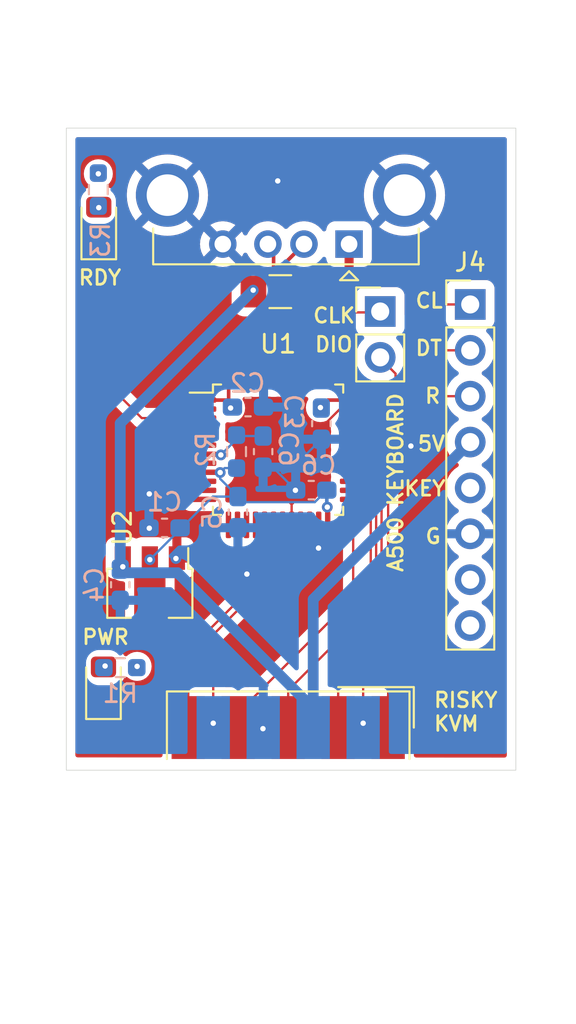
<source format=kicad_pcb>
(kicad_pcb (version 20221018) (generator pcbnew)
  (layers (0 "F.Cu" signal "Front") (1 "In1.Cu" signal) (2 "In2.Cu" signal) (31 "B.Cu" signal "Back") (34 "B.Paste" user) (35 "F.Paste" user) (36 "B.SilkS" user "B.Silkscreen") (37 "F.SilkS" user "F.Silkscreen") (38 "B.Mask" user) (39 "F.Mask" user) (44 "Edge.Cuts" user))
  (net 0 "")
  (net 1 "+3.3V")
  (net 2 "GND")
  (net 3 "+5V")
  (net 4 "/NRST")
  (net 5 "Net-(J3-VBUS)")
  (net 6 "/PIN1")
  (net 7 "/PIN2")
  (net 8 "/PIN3")
  (net 9 "/PIN4")
  (net 10 "/PIN5")
  (net 11 "/PIN6")
  (net 12 "/PIN9")
  (net 13 "/SWDIO")
  (net 14 "/SWCLK")
  (net 15 "/USB_DM")
  (net 16 "/USB_DP")
  (net 18 "Net-(D1-A)")
  (net 24 "/KB_CLK")
  (net 25 "/KB_DATA")
  (net 26 "/KB_RESET")
  (net 29 "unconnected-(U1-OSC_IN_PD0-Pad5)")
  (net 32 "unconnected-(U1-PA2_ADC2-Pad12)")
  (net 42 "/LED1")
  (net 43 "Net-(D2-A)")
  (footprint "LED_SMD:LED_0805_2012Metric_Pad1.15x1.40mm_HandSolder" (layer "F.Cu") (at 119.8 80.2475 90)
    (fp_text reference "D2" hide)
    (fp_text value "LED")
    (fp_line (start -1.86 -0.96) (end -1.86 0.96) (stroke (width 0.12)) (layer "F.SilkS"))
    (fp_line (start -1.86 0.96) (end 1 0.96) (stroke (width 0.12)) (layer "F.SilkS"))
    (fp_line (start 1 -0.96) (end -1.86 -0.96) (stroke (width 0.12)) (layer "F.SilkS"))
    (pad "1" smd roundrect (at -1.025 0 90) (size 1.15 1.4) (layers "F.Cu" "F.Paste" "F.Mask") (roundrect_rratio 0.2173913043) (net 42 "/LED1"))
    (pad "2" smd roundrect (at 1.025 0 90) (size 1.15 1.4) (layers "F.Cu" "F.Paste" "F.Mask") (roundrect_rratio 0.2173913043) (net 43 "Net-(D2-A)"))
  )
  (footprint "Connector_PinHeader_2.54mm:PinHeader_1x08_P2.54mm_Vertical" (layer "F.Cu") (at 140.39 84.61)
    (fp_text reference "J4" (at 0 -2.33) (layer "F.SilkS"))
    (fp_text value "Conn_01x08" hide)
    (fp_line (start -1.33 -1.33) (end 0 -1.33) (stroke (width 0.12)) (layer "F.SilkS"))
    (fp_line (start -1.33 0) (end -1.33 -1.33) (stroke (width 0.12)) (layer "F.SilkS"))
    (fp_line (start -1.33 1.27) (end -1.33 19.11) (stroke (width 0.12)) (layer "F.SilkS"))
    (fp_line (start -1.33 1.27) (end 1.33 1.27) (stroke (width 0.12)) (layer "F.SilkS"))
    (fp_line (start -1.33 19.11) (end 1.33 19.11) (stroke (width 0.12)) (layer "F.SilkS"))
    (fp_line (start 1.33 1.27) (end 1.33 19.11) (stroke (width 0.12)) (layer "F.SilkS"))
    (pad "1" thru_hole rect (at 0 0) (size 1.7 1.7) (drill 1) (layers "*.Cu" "*.Mask") (net 24 "/KB_CLK"))
    (pad "2" thru_hole oval (at 0 2.54) (size 1.7 1.7) (drill 1) (layers "*.Cu" "*.Mask") (net 25 "/KB_DATA"))
    (pad "3" thru_hole oval (at 0 5.08) (size 1.7 1.7) (drill 1) (layers "*.Cu" "*.Mask") (net 26 "/KB_RESET"))
    (pad "4" thru_hole oval (at 0 7.62) (size 1.7 1.7) (drill 1) (layers "*.Cu" "*.Mask") (net 3 "+5V"))
    (pad "5" thru_hole oval (at 0 10.16) (size 1.7 1.7) (drill 1) (layers "*.Cu" "*.Mask"))
    (pad "6" thru_hole oval (at 0 12.7) (size 1.7 1.7) (drill 1) (layers "*.Cu" "*.Mask") (net 2 "GND"))
    (pad "7" thru_hole oval (at 0 15.24) (size 1.7 1.7) (drill 1) (layers "*.Cu" "*.Mask"))
    (pad "8" thru_hole oval (at 0 17.78) (size 1.7 1.7) (drill 1) (layers "*.Cu" "*.Mask"))
  )
  (footprint "Fuse:Fuse_1206_3216Metric_Pad1.42x1.75mm_HandSolder" (layer "F.Cu") (at 129.8625 83.9 180)
    (fp_text reference "F1" hide)
    (fp_text value "Fuse" hide)
    (fp_line (start -0.602064 -0.91) (end 0.602064 -0.91) (stroke (width 0.12)) (layer "F.SilkS"))
    (fp_line (start -0.602064 0.91) (end 0.602064 0.91) (stroke (width 0.12)) (layer "F.SilkS"))
    (pad "1" smd roundrect (at -1.4875 0 180) (size 1.425 1.75) (layers "F.Cu" "F.Paste" "F.Mask") (roundrect_rratio 0.1754392982) (net 5 "Net-(J3-VBUS)"))
    (pad "2" smd roundrect (at 1.4875 0 180) (size 1.425 1.75) (layers "F.Cu" "F.Paste" "F.Mask") (roundrect_rratio 0.1754392982) (net 3 "+5V"))
  )
  (footprint "Connector_USB:USB_A_CONNFLY_DS1095-WNR0" (layer "F.Cu") (at 133.675 81.2671 180)
    (fp_text reference "J3" hide)
    (fp_text value "USB_1" hide)
    (fp_line (start -3.86 -1.12) (end -3.86 0.86) (stroke (width 0.12)) (layer "F.SilkS"))
    (fp_line (start -3.86 -1.12) (end 10.86 -1.12) (stroke (width 0.12)) (layer "F.SilkS"))
    (fp_line (start -0.5 -2) (end 0 -1.5) (stroke (width 0.12)) (layer "F.SilkS"))
    (fp_line (start 0 -1.5) (end 0.5 -2) (stroke (width 0.12)) (layer "F.SilkS"))
    (fp_line (start 0.5 -2) (end -0.5 -2) (stroke (width 0.12)) (layer "F.SilkS"))
    (fp_line (start 10.86 0.86) (end 10.86 -1.12) (stroke (width 0.12)) (layer "F.SilkS"))
    (pad "1" thru_hole rect (at 0 0 180) (size 1.524 1.524) (drill 0.92) (layers "*.Cu" "*.Mask") (net 5 "Net-(J3-VBUS)"))
    (pad "2" thru_hole circle (at 2.5 0 180) (size 1.524 1.524) (drill 0.92) (layers "*.Cu" "*.Mask") (net 15 "/USB_DM"))
    (pad "3" thru_hole circle (at 4.5 0 180) (size 1.524 1.524) (drill 0.92) (layers "*.Cu" "*.Mask") (net 16 "/USB_DP"))
    (pad "4" thru_hole circle (at 7 0 180) (size 1.524 1.524) (drill 0.92) (layers "*.Cu" "*.Mask") (net 2 "GND"))
    (pad "5" thru_hole circle (at -3.07 2.71 180) (size 3.5 3.5) (drill 2.3) (layers "*.Cu" "*.Mask") (net 2 "GND"))
    (pad "5" thru_hole circle (at 10.07 2.71 180) (size 3.5 3.5) (drill 2.3) (layers "*.Cu" "*.Mask") (net 2 "GND"))
  )
  (footprint "Connector_Dsub:DSUB-9_Female_EdgeMount_P2.77mm" (layer "F.Cu") (at 130.3 108.0375)
    (fp_text reference "J1" hide)
    (fp_text value "DE9_Plug" hide)
    (fp_line (start -6.723333 -2) (end -6.723333 1.74) (stroke (width 0.12)) (layer "F.SilkS"))
    (fp_line (start 6.723333 -2) (end -6.723333 -2) (stroke (width 0.12)) (layer "F.SilkS"))
    (fp_line (start 6.723333 1.74) (end 6.723333 -2) (stroke (width 0.12)) (layer "F.SilkS"))
    (fp_line (start 6.963333 -2.24) (end 2.77 -2.24) (stroke (width 0.12)) (layer "F.SilkS"))
    (fp_line (start 6.963333 0) (end 6.963333 -2.24) (stroke (width 0.12)) (layer "F.SilkS"))
    (pad "1" smd rect (at 5.54 0) (size 1.846667 3.48) (layers "F.Cu" "F.Paste" "F.Mask") (net 6 "/PIN1"))
    (pad "2" smd rect (at 2.77 0) (size 1.846667 3.48) (layers "F.Cu" "F.Paste" "F.Mask") (net 7 "/PIN2"))
    (pad "3" smd rect (at 0 0) (size 1.846667 3.48) (layers "F.Cu" "F.Paste" "F.Mask") (net 8 "/PIN3"))
    (pad "4" smd rect (at -2.77 0) (size 1.846667 3.48) (layers "F.Cu" "F.Paste" "F.Mask") (net 9 "/PIN4"))
    (pad "5" smd rect (at -5.54 0) (size 1.846667 3.48) (layers "F.Cu" "F.Paste" "F.Mask") (net 10 "/PIN5"))
    (pad "6" smd rect (at 4.155 0) (size 1.846667 3.48) (layers "B.Cu" "B.Paste" "B.Mask") (net 11 "/PIN6"))
    (pad "7" smd rect (at 1.385 0) (size 1.846667 3.48) (layers "B.Cu" "B.Paste" "B.Mask") (net 3 "+5V"))
    (pad "8" smd rect (at -1.385 0) (size 1.846667 3.48) (layers "B.Cu" "B.Paste" "B.Mask") (net 2 "GND"))
    (pad "9" smd rect (at -4.155 0) (size 1.846667 3.48) (layers "B.Cu" "B.Paste" "B.Mask") (net 12 "/PIN9"))
  )
  (footprint "LED_SMD:LED_0805_2012Metric_Pad1.15x1.40mm_HandSolder" (layer "F.Cu") (at 120.06 105.705 90)
    (fp_text reference "D1" hide)
    (fp_text value "LED" hide)
    (fp_line (start -1.86 -0.96) (end -1.86 0.96) (stroke (width 0.12)) (layer "F.SilkS"))
    (fp_line (start -1.86 0.96) (end 1 0.96) (stroke (width 0.12)) (layer "F.SilkS"))
    (fp_line (start 1 -0.96) (end -1.86 -0.96) (stroke (width 0.12)) (layer "F.SilkS"))
    (pad "1" smd roundrect (at -1.025 0 90) (size 1.15 1.4) (layers "F.Cu" "F.Paste" "F.Mask") (roundrect_rratio 0.2173913043) (net 2 "GND"))
    (pad "2" smd roundrect (at 1.025 0 90) (size 1.15 1.4) (layers "F.Cu" "F.Paste" "F.Mask") (roundrect_rratio 0.2173913043) (net 18 "Net-(D1-A)"))
  )
  (footprint "Package_QFP:LQFP-48_7x7mm_P0.5mm" (layer "F.Cu") (at 129.74 92.6525)
    (fp_text reference "U1" (at 0 -5.85) (layer "F.SilkS"))
    (fp_text value "CH32V203C8T6" hide)
    (fp_line (start -3.61 -3.61) (end -3.61 -3.16) (stroke (width 0.12)) (layer "F.SilkS"))
    (fp_line (start -3.61 -3.16) (end -4.9 -3.16) (stroke (width 0.12)) (layer "F.SilkS"))
    (fp_line (start -3.61 3.61) (end -3.61 3.16) (stroke (width 0.12)) (layer "F.SilkS"))
    (fp_line (start -3.16 -3.61) (end -3.61 -3.61) (stroke (width 0.12)) (layer "F.SilkS"))
    (fp_line (start -3.16 3.61) (end -3.61 3.61) (stroke (width 0.12)) (layer "F.SilkS"))
    (fp_line (start 3.16 -3.61) (end 3.61 -3.61) (stroke (width 0.12)) (layer "F.SilkS"))
    (fp_line (start 3.16 3.61) (end 3.61 3.61) (stroke (width 0.12)) (layer "F.SilkS"))
    (fp_line (start 3.61 -3.61) (end 3.61 -3.16) (stroke (width 0.12)) (layer "F.SilkS"))
    (fp_line (start 3.61 3.61) (end 3.61 3.16) (stroke (width 0.12)) (layer "F.SilkS"))
    (pad "1" smd roundrect (at -4.1625 -2.75) (size 1.475 0.3) (layers "F.Cu" "F.Paste" "F.Mask") (net 1 "+3.3V"))
    (pad "2" smd roundrect (at -4.1625 -2.25) (size 1.475 0.3) (layers "F.Cu" "F.Paste" "F.Mask"))
    (pad "3" smd roundrect (at -4.1625 -1.75) (size 1.475 0.3) (layers "F.Cu" "F.Paste" "F.Mask") (net 42 "/LED1"))
    (pad "4" smd roundrect (at -4.1625 -1.25) (size 1.475 0.3) (layers "F.Cu" "F.Paste" "F.Mask"))
    (pad "5" smd roundrect (at -4.1625 -0.75) (size 1.475 0.3) (layers "F.Cu" "F.Paste" "F.Mask") (net 29 "unconnected-(U1-OSC_IN_PD0-Pad5)"))
    (pad "6" smd roundrect (at -4.1625 -0.25) (size 1.475 0.3) (layers "F.Cu" "F.Paste" "F.Mask"))
    (pad "7" smd roundrect (at -4.1625 0.25) (size 1.475 0.3) (layers "F.Cu" "F.Paste" "F.Mask") (net 4 "/NRST"))
    (pad "8" smd roundrect (at -4.1625 0.75) (size 1.475 0.3) (layers "F.Cu" "F.Paste" "F.Mask") (net 2 "GND"))
    (pad "9" smd roundrect (at -4.1625 1.25) (size 1.475 0.3) (layers "F.Cu" "F.Paste" "F.Mask") (net 1 "+3.3V"))
    (pad "10" smd roundrect (at -4.1625 1.75) (size 1.475 0.3) (layers "F.Cu" "F.Paste" "F.Mask"))
    (pad "11" smd roundrect (at -4.1625 2.25) (size 1.475 0.3) (layers "F.Cu" "F.Paste" "F.Mask"))
    (pad "12" smd roundrect (at -4.1625 2.75) (size 1.475 0.3) (layers "F.Cu" "F.Paste" "F.Mask") (net 32 "unconnected-(U1-PA2_ADC2-Pad12)"))
    (pad "13" smd roundrect (at -2.75 4.1625) (size 0.3 1.475) (layers "F.Cu" "F.Paste" "F.Mask"))
    (pad "14" smd roundrect (at -2.25 4.1625) (size 0.3 1.475) (layers "F.Cu" "F.Paste" "F.Mask"))
    (pad "15" smd roundrect (at -1.75 4.1625) (size 0.3 1.475) (layers "F.Cu" "F.Paste" "F.Mask"))
    (pad "16" smd roundrect (at -1.25 4.1625) (size 0.3 1.475) (layers "F.Cu" "F.Paste" "F.Mask"))
    (pad "17" smd roundrect (at -0.75 4.1625) (size 0.3 1.475) (layers "F.Cu" "F.Paste" "F.Mask"))
    (pad "18" smd roundrect (at -0.25 4.1625) (size 0.3 1.475) (layers "F.Cu" "F.Paste" "F.Mask"))
    (pad "19" smd roundrect (at 0.25 4.1625) (size 0.3 1.475) (layers "F.Cu" "F.Paste" "F.Mask"))
    (pad "20" smd roundrect (at 0.75 4.1625) (size 0.3 1.475) (layers "F.Cu" "F.Paste" "F.Mask") (net 2 "GND"))
    (pad "21" smd roundrect (at 1.25 4.1625) (size 0.3 1.475) (layers "F.Cu" "F.Paste" "F.Mask") (net 10 "/PIN5"))
    (pad "22" smd roundrect (at 1.75 4.1625) (size 0.3 1.475) (layers "F.Cu" "F.Paste" "F.Mask") (net 12 "/PIN9"))
    (pad "23" smd roundrect (at 2.25 4.1625) (size 0.3 1.475) (layers "F.Cu" "F.Paste" "F.Mask") (net 2 "GND"))
    (pad "24" smd roundrect (at 2.75 4.1625) (size 0.3 1.475) (layers "F.Cu" "F.Paste" "F.Mask") (net 1 "+3.3V"))
    (pad "25" smd roundrect (at 4.1625 2.75) (size 1.475 0.3) (layers "F.Cu" "F.Paste" "F.Mask") (net 9 "/PIN4"))
    (pad "26" smd roundrect (at 4.1625 2.25) (size 1.475 0.3) (layers "F.Cu" "F.Paste" "F.Mask") (net 8 "/PIN3"))
    (pad "27" smd roundrect (at 4.1625 1.75) (size 1.475 0.3) (layers "F.Cu" "F.Paste" "F.Mask") (net 7 "/PIN2"))
    (pad "28" smd roundrect (at 4.1625 1.25) (size 1.475 0.3) (layers "F.Cu" "F.Paste" "F.Mask") (net 11 "/PIN6"))
    (pad "29" smd roundrect (at 4.1625 0.75) (size 1.475 0.3) (layers "F.Cu" "F.Paste" "F.Mask") (net 6 "/PIN1"))
    (pad "30" smd roundrect (at 4.1625 0.25) (size 1.475 0.3) (layers "F.Cu" "F.Paste" "F.Mask"))
    (pad "31" smd roundrect (at 4.1625 -0.25) (size 1.475 0.3) (layers "F.Cu" "F.Paste" "F.Mask") (net 26 "/KB_RESET"))
    (pad "32" smd roundrect (at 4.1625 -0.75) (size 1.475 0.3) (layers "F.Cu" "F.Paste" "F.Mask") (net 25 "/KB_DATA"))
    (pad "33" smd roundrect (at 4.1625 -1.25) (size 1.475 0.3) (layers "F.Cu" "F.Paste" "F.Mask") (net 24 "/KB_CLK"))
    (pad "34" smd roundrect (at 4.1625 -1.75) (size 1.475 0.3) (layers "F.Cu" "F.Paste" "F.Mask") (net 13 "/SWDIO"))
    (pad "35" smd roundrect (at 4.1625 -2.25) (size 1.475 0.3) (layers "F.Cu" "F.Paste" "F.Mask") (net 2 "GND"))
    (pad "36" smd roundrect (at 4.1625 -2.75) (size 1.475 0.3) (layers "F.Cu" "F.Paste" "F.Mask") (net 1 "+3.3V"))
    (pad "37" smd roundrect (at 2.75 -4.1625) (size 0.3 1.475) (layers "F.Cu" "F.Paste" "F.Mask") (net 14 "/SWCLK"))
    (pad "38" smd roundrect (at 2.25 -4.1625) (size 0.3 1.475) (layers "F.Cu" "F.Paste" "F.Mask"))
    (pad "39" smd roundrect (at 1.75 -4.1625) (size 0.3 1.475) (layers "F.Cu" "F.Paste" "F.Mask"))
    (pad "40" smd roundrect (at 1.25 -4.1625) (size 0.3 1.475) (layers "F.Cu" "F.Paste" "F.Mask"))
    (pad "41" smd roundrect (at 0.75 -4.1625) (size 0.3 1.475) (layers "F.Cu" "F.Paste" "F.Mask"))
    (pad "42" smd roundrect (at 0.25 -4.1625) (size 0.3 1.475) (layers "F.Cu" "F.Paste" "F.Mask") (net 15 "/USB_DM"))
    (pad "43" smd roundrect (at -0.25 -4.1625) (size 0.3 1.475) (layers "F.Cu" "F.Paste" "F.Mask") (net 16 "/USB_DP"))
    (pad "44" smd roundrect (at -0.75 -4.1625) (size 0.3 1.475) (layers "F.Cu" "F.Paste" "F.Mask") (net 2 "GND"))
    (pad "45" smd roundrect (at -1.25 -4.1625) (size 0.3 1.475) (layers "F.Cu" "F.Paste" "F.Mask"))
    (pad "46" smd roundrect (at -1.75 -4.1625) (size 0.3 1.475) (layers "F.Cu" "F.Paste" "F.Mask"))
    (pad "47" smd roundrect (at -2.25 -4.1625) (size 0.3 1.475) (layers "F.Cu" "F.Paste" "F.Mask") (net 2 "GND"))
    (pad "48" smd roundrect (at -2.75 -4.1625) (size 0.3 1.475) (layers "F.Cu" "F.Paste" "F.Mask") (net 1 "+3.3V"))
  )
  (footprint "Package_TO_SOT_SMD:SOT-89-3" (layer "F.Cu") (at 122.63 100.6025 -90)
    (fp_text reference "U2" (at -3.6274 1.524 -270) (layer "F.SilkS"))
    (fp_text value "LM1117MP-3.3" hide)
    (fp_line (start -2.5 -2.13) (end -1.36 -2.13) (stroke (width 0.12)) (layer "F.SilkS"))
    (fp_line (start -1.36 -2.36) (end -1.36 -2.13) (stroke (width 0.12)) (layer "F.SilkS"))
    (fp_line (start -1.36 -2.36) (end 1.36 -2.36) (stroke (width 0.12)) (layer "F.SilkS"))
    (fp_line (start -1.36 2.36) (end -1.36 2.13) (stroke (width 0.12)) (layer "F.SilkS"))
    (fp_line (start 1.36 -2.36) (end 1.36 -1.05) (stroke (width 0.12)) (layer "F.SilkS"))
    (fp_line (start 1.36 1.05) (end 1.36 2.36) (stroke (width 0.12)) (layer "F.SilkS"))
    (fp_line (start 1.36 2.36) (end -1.36 2.36) (stroke (width 0.12)) (layer "F.SilkS"))
    (pad "1" smd rect (at -1.95 -1.5 270) (size 1.3 0.9) (layers "F.Cu" "F.Paste" "F.Mask") (net 2 "GND"))
    (pad "2" smd custom (at -1.8625 0 270) (size 1.475 0.9) (layers "F.Cu" "F.Paste" "F.Mask") (net 1 "+3.3V") (options (clearance outline) (anchor rect)) (primitives (gr_poly (pts (xy 3.8625 0.8665) (xy 0.7375 0.8665) (xy 0.7375 -0.8665) (xy 3.8625 -0.8665)) (width 0) (fill yes))))
    (pad "3" smd rect (at -1.95 1.5 270) (size 1.3 0.9) (layers "F.Cu" "F.Paste" "F.Mask") (net 3 "+5V"))
  )
  (footprint "Connector_PinHeader_2.54mm:PinHeader_1x02_P2.54mm_Vertical" (layer "F.Cu") (at 135.4 85)
    (fp_text reference "J2" hide)
    (fp_text value "Conn_01x02" hide)
    (fp_line (start -1.33 -1.33) (end 0 -1.33) (stroke (width 0.12)) (layer "F.SilkS"))
    (fp_line (start -1.33 0) (end -1.33 -1.33) (stroke (width 0.12)) (layer "F.SilkS"))
    (fp_line (start -1.33 1.27) (end -1.33 3.87) (stroke (width 0.12)) (layer "F.SilkS"))
    (fp_line (start -1.33 1.27) (end 1.33 1.27) (stroke (width 0.12)) (layer "F.SilkS"))
    (fp_line (start -1.33 3.87) (end 1.33 3.87) (stroke (width 0.12)) (layer "F.SilkS"))
    (fp_line (start 1.33 1.27) (end 1.33 3.87) (stroke (width 0.12)) (layer "F.SilkS"))
    (pad "1" thru_hole rect (at 0 0) (size 1.7 1.7) (drill 1) (layers "*.Cu" "*.Mask") (net 14 "/SWCLK"))
    (pad "2" thru_hole oval (at 0 2.54) (size 1.7 1.7) (drill 1) (layers "*.Cu" "*.Mask") (net 13 "/SWDIO"))
  )
  (footprint "Resistor_SMD:R_0603_1608Metric_Pad0.98x0.95mm_HandSolder" (layer "B.Cu") (at 120.9925 104.72)
    (fp_text reference "R1" (at 0 1.43) (layer "B.SilkS") (effects (justify mirror)))
    (fp_text value "2.2k")
    (fp_line (start -0.254724 -0.5225) (end 0.254724 -0.5225) (stroke (width 0.12)) (layer "B.SilkS"))
    (fp_line (start -0.254724 0.5225) (end 0.254724 0.5225) (stroke (width 0.12)) (layer "B.SilkS"))
    (pad "1" smd roundrect (at -0.9125 0) (size 0.975 0.95) (layers "B.Cu" "B.Paste" "B.Mask") (net 18 "Net-(D1-A)"))
    (pad "2" smd roundrect (at 0.9125 0) (size 0.975 0.95) (layers "B.Cu" "B.Paste" "B.Mask") (net 1 "+3.3V"))
  )
  (footprint "Capacitor_SMD:C_0603_1608Metric_Pad1.08x0.95mm_HandSolder" (layer "B.Cu") (at 128.0722 90.294)
    (fp_text reference "C2" (at -0.0254 -1.3208) (layer "B.SilkS") (effects (justify mirror)))
    (fp_text value "C")
    (fp_line (start -0.146267 -0.51) (end 0.146267 -0.51) (stroke (width 0.12)) (layer "B.SilkS"))
    (fp_line (start -0.146267 0.51) (end 0.146267 0.51) (stroke (width 0.12)) (layer "B.SilkS"))
    (pad "1" smd roundrect (at -0.8625 0) (size 1.075 0.95) (layers "B.Cu" "B.Paste" "B.Mask") (net 1 "+3.3V"))
    (pad "2" smd roundrect (at 0.8625 0) (size 1.075 0.95) (layers "B.Cu" "B.Paste" "B.Mask") (net 2 "GND"))
  )
  (footprint "Resistor_SMD:R_0603_1608Metric_Pad0.98x0.95mm_HandSolder" (layer "B.Cu") (at 119.775 78.25 90)
    (fp_text reference "R3" (at -2.8 0.125 270) (layer "B.SilkS") (effects (justify mirror)))
    (fp_text value "2.2k")
    (fp_line (start -0.254724 -0.5225) (end 0.254724 -0.5225) (stroke (width 0.12)) (layer "B.SilkS"))
    (fp_line (start -0.254724 0.5225) (end 0.254724 0.5225) (stroke (width 0.12)) (layer "B.SilkS"))
    (pad "1" smd roundrect (at -0.9125 0 90) (size 0.975 0.95) (layers "B.Cu" "B.Paste" "B.Mask") (net 43 "Net-(D2-A)"))
    (pad "2" smd roundrect (at 0.9125 0 90) (size 0.975 0.95) (layers "B.Cu" "B.Paste" "B.Mask") (net 1 "+3.3V"))
  )
  (footprint "Capacitor_SMD:C_0603_1608Metric_Pad1.08x0.95mm_HandSolder" (layer "B.Cu") (at 120.99 100.1275 -90)
    (fp_text reference "C4" (at 0 1.43 90) (layer "B.SilkS") (effects (justify mirror)))
    (fp_text value "C")
    (fp_line (start -0.146267 -0.51) (end 0.146267 -0.51) (stroke (width 0.12)) (layer "B.SilkS"))
    (fp_line (start -0.146267 0.51) (end 0.146267 0.51) (stroke (width 0.12)) (layer "B.SilkS"))
    (pad "1" smd roundrect (at -0.8625 0 270) (size 1.075 0.95) (layers "B.Cu" "B.Paste" "B.Mask") (net 3 "+5V"))
    (pad "2" smd roundrect (at 0.8625 0 270) (size 1.075 0.95) (layers "B.Cu" "B.Paste" "B.Mask") (net 2 "GND"))
  )
  (footprint "Capacitor_SMD:C_0603_1608Metric_Pad1.08x0.95mm_HandSolder" (layer "B.Cu") (at 123.4459 96.9815 180)
    (fp_text reference "C1" (at 0 1.43) (layer "B.SilkS") (effects (justify mirror)))
    (fp_text value "C")
    (fp_line (start -0.146267 -0.51) (end 0.146267 -0.51) (stroke (width 0.12)) (layer "B.SilkS"))
    (fp_line (start -0.146267 0.51) (end 0.146267 0.51) (stroke (width 0.12)) (layer "B.SilkS"))
    (pad "1" smd roundrect (at -0.8625 0 180) (size 1.075 0.95) (layers "B.Cu" "B.Paste" "B.Mask") (net 1 "+3.3V"))
    (pad "2" smd roundrect (at 0.8625 0 180) (size 1.075 0.95) (layers "B.Cu" "B.Paste" "B.Mask") (net 2 "GND"))
  )
  (footprint "Capacitor_SMD:C_0603_1608Metric_Pad1.08x0.95mm_HandSolder" (layer "B.Cu") (at 131.5774 94.8914 180)
    (fp_text reference "C6" (at -0.4064 1.3716) (layer "B.SilkS") (effects (justify mirror)))
    (fp_text value "C")
    (fp_line (start -0.146267 -0.51) (end 0.146267 -0.51) (stroke (width 0.12)) (layer "B.SilkS"))
    (fp_line (start -0.146267 0.51) (end 0.146267 0.51) (stroke (width 0.12)) (layer "B.SilkS"))
    (pad "1" smd roundrect (at -0.8625 0 180) (size 1.075 0.95) (layers "B.Cu" "B.Paste" "B.Mask") (net 1 "+3.3V"))
    (pad "2" smd roundrect (at 0.8625 0 180) (size 1.075 0.95) (layers "B.Cu" "B.Paste" "B.Mask") (net 2 "GND"))
  )
  (footprint "Capacitor_SMD:C_0603_1608Metric_Pad1.08x0.95mm_HandSolder" (layer "B.Cu") (at 132.1362 91.2084 -90)
    (fp_text reference "C3" (at -0.6604 1.4478 90) (layer "B.SilkS") (effects (justify mirror)))
    (fp_text value "C")
    (fp_line (start -0.146267 -0.51) (end 0.146267 -0.51) (stroke (width 0.12)) (layer "B.SilkS"))
    (fp_line (start -0.146267 0.51) (end 0.146267 0.51) (stroke (width 0.12)) (layer "B.SilkS"))
    (pad "1" smd roundrect (at -0.8625 0 270) (size 1.075 0.95) (layers "B.Cu" "B.Paste" "B.Mask") (net 1 "+3.3V"))
    (pad "2" smd roundrect (at 0.8625 0 270) (size 1.075 0.95) (layers "B.Cu" "B.Paste" "B.Mask") (net 2 "GND"))
  )
  (footprint "Capacitor_SMD:C_0603_1608Metric_Pad1.08x0.95mm_HandSolder" (layer "B.Cu") (at 127.5134 96.1106 -90)
    (fp_text reference "C5" (at 0 1.43 90) (layer "B.SilkS") (effects (justify mirror)))
    (fp_text value "C")
    (fp_line (start -0.146267 -0.51) (end 0.146267 -0.51) (stroke (width 0.12)) (layer "B.SilkS"))
    (fp_line (start -0.146267 0.51) (end 0.146267 0.51) (stroke (width 0.12)) (layer "B.SilkS"))
    (pad "1" smd roundrect (at -0.8625 0 270) (size 1.075 0.95) (layers "B.Cu" "B.Paste" "B.Mask") (net 1 "+3.3V"))
    (pad "2" smd roundrect (at 0.8625 0 270) (size 1.075 0.95) (layers "B.Cu" "B.Paste" "B.Mask") (net 2 "GND"))
  )
  (footprint "Resistor_SMD:R_0603_1608Metric_Pad0.98x0.95mm_HandSolder" (layer "B.Cu") (at 127.4372 92.7578 90)
    (fp_text reference "R2" (at 0.1078 -1.7122 270) (layer "B.SilkS") (effects (justify mirror)))
    (fp_text value "R" hide)
    (fp_line (start -0.254724 -0.5225) (end 0.254724 -0.5225) (stroke (width 0.12)) (layer "B.SilkS"))
    (fp_line (start -0.254724 0.5225) (end 0.254724 0.5225) (stroke (width 0.12)) (layer "B.SilkS"))
    (pad "1" smd roundrect (at -0.9125 0 90) (size 0.975 0.95) (layers "B.Cu" "B.Paste" "B.Mask") (net 1 "+3.3V"))
    (pad "2" smd roundrect (at 0.9125 0 90) (size 0.975 0.95) (layers "B.Cu" "B.Paste" "B.Mask") (net 4 "/NRST"))
  )
  (footprint "Capacitor_SMD:C_0603_1608Metric_Pad1.08x0.95mm_HandSolder" (layer "B.Cu") (at 128.9104 92.7578 -90)
    (fp_text reference "C9" (at -0.1524 -1.4732 90) (layer "B.SilkS") (effects (justify mirror)))
    (fp_text value "0.1μF" hide)
    (fp_line (start -0.146267 -0.51) (end 0.146267 -0.51) (stroke (width 0.12)) (layer "B.SilkS"))
    (fp_line (start -0.146267 0.51) (end 0.146267 0.51) (stroke (width 0.12)) (layer "B.SilkS"))
    (pad "1" smd roundrect (at -0.8625 0 270) (size 1.075 0.95) (layers "B.Cu" "B.Paste" "B.Mask") (net 4 "/NRST"))
    (pad "2" smd roundrect (at 0.8625 0 270) (size 1.075 0.95) (layers "B.Cu" "B.Paste" "B.Mask") (net 2 "GND"))
  )
  (gr_rect (start 118.0018 74.8454) (end 142.9182 110.4) (stroke (width 0.0381)) (fill none) (layer "Edge.Cuts"))
  (gr_text "DT" (at 137.275 87.5) (layer "F.SilkS") (effects (font (size 0.8128 0.8128) (thickness 0.1524) bold) (justify left bottom)))
  (gr_text "G" (at 137.825 97.925) (layer "F.SilkS") (effects (font (size 0.8128 0.8128) (thickness 0.1524) bold) (justify left bottom)))
  (gr_text "A500 KEYBOARD" (at 136.725 99.5 90) (layer "F.SilkS") (effects (font (size 0.8128 0.8128) (thickness 0.1524) bold) (justify left bottom)))
  (gr_text "RISKY\nKVM" (at 138.3 108.3) (layer "F.SilkS") (effects (font (size 0.8128 0.8128) (thickness 0.1524) bold) (justify left bottom)))
  (gr_text "PWR" (at 118.8 103.5) (layer "F.SilkS") (effects (font (size 0.8128 0.8128) (thickness 0.1524) bold) (justify left bottom)))
  (gr_text "RDY" (at 118.6 83.6) (layer "F.SilkS") (effects (font (size 0.8128 0.8128) (thickness 0.1524) bold) (justify left bottom)))
  (gr_text "CLK\n" (at 131.6 85.7) (layer "F.SilkS") (effects (font (size 0.8128 0.8128) (thickness 0.1524) bold) (justify left bottom)))
  (gr_text "DIO" (at 131.7 87.3) (layer "F.SilkS") (effects (font (size 0.8128 0.8128) (thickness 0.1524) bold) (justify left bottom)))
  (gr_text "R" (at 137.8 90.15) (layer "F.SilkS") (effects (font (size 0.8128 0.8128) (thickness 0.1524) bold) (justify left bottom)))
  (gr_text "CL" (at 137.275 84.875) (layer "F.SilkS") (effects (font (size 0.8128 0.8128) (thickness 0.1524) bold) (justify left bottom)))
  (gr_text "5V" (at 137.4 92.8) (layer "F.SilkS") (effects (font (size 0.8128 0.8128) (thickness 0.1524) bold) (justify left bottom)))
  (gr_text "KEY" (at 136.65 95.275) (layer "F.SilkS") (effects (font (size 0.8128 0.8128) (thickness 0.1524) bold) (justify left bottom)))
  (segment (start 132.4986 89.9062) (end 132.0854 90.3194) (width 0.2) (layer "F.Cu") (net 1))
  (segment (start 127.1324 90.3194) (end 127.107 90.3448) (width 0.2) (layer "F.Cu") (net 1))
  (segment (start 125.596121 93.916221) (end 125.5861 93.9062) (width 0.127) (layer "F.Cu") (net 1))
  (segment (start 126.9986 90.0146) (end 126.9986 90.2364) (width 0.2) (layer "F.Cu") (net 1))
  (segment (start 132.4986 96.8187) (end 132.4997 96.8198) (width 0.127) (layer "F.Cu") (net 1))
  (segment (start 126.9986 88.4937) (end 126.9986 90.0146) (width 0.2) (layer "F.Cu") (net 1))
  (segment (start 126.8902 89.9062) (end 126.9986 90.0146) (width 0.2) (layer "F.Cu") (net 1))
  (segment (start 126.530218 93.916221) (end 125.596121 93.916221) (width 0.127) (layer "F.Cu") (net 1))
  (segment (start 126.9986 90.2364) (end 127.107 90.3448) (width 0.2) (layer "F.Cu") (net 1))
  (segment (start 125.5861 89.9062) (end 126.8902 89.9062) (width 0.2) (layer "F.Cu") (net 1))
  (segment (start 133.9111 89.9062) (end 132.4986 89.9062) (width 0.2) (layer "F.Cu") (net 1))
  (segment (start 132.4664 96.7865) (end 132.4986 96.8187) (width 0.127) (layer "F.Cu") (net 1))
  (segment (start 132.4664 95.8312) (end 132.4664 96.7865) (width 0.127) (layer "F.Cu") (net 1))
  (via (at 122.63 98.74) (size 0.6) (drill 0.3) (layers "F.Cu" "B.Cu") (net 1))
  (via (at 132.0854 90.3194) (size 0.6) (drill 0.3) (layers "F.Cu" "B.Cu") (net 1))
  (via (at 119.775 77.375) (size 0.6) (drill 0.3) (layers "F.Cu" "B.Cu") (net 1))
  (via (at 132.4664 95.8312) (size 0.6) (drill 0.3) (layers "F.Cu" "B.Cu") (net 1))
  (via (at 121.925 104.65) (size 0.6) (drill 0.3) (layers "F.Cu" "B.Cu") (net 1))
  (via (at 127.107 90.3448) (size 0.6) (drill 0.3) (layers "F.Cu" "B.Cu") (net 1))
  (via (at 126.530218 93.916221) (size 0.6) (drill 0.3) (layers "F.Cu" "B.Cu") (net 1))
  (segment (start 132.4399 94.8914) (end 132.4399 95.8047) (width 0.2) (layer "B.Cu") (net 1))
  (segment (start 126.530218 94.264918) (end 126.530218 93.916221) (width 0.127) (layer "B.Cu") (net 1))
  (segment (start 127.5134 95.2481) (end 126.530218 94.264918) (width 0.127) (layer "B.Cu") (net 1))
  (segment (start 127.8222 95.5569) (end 131.7744 95.5569) (width 0.127) (layer "B.Cu") (net 1))
  (segment (start 122.5834 98.6934) (end 122.63 98.74) (width 0.127) (layer "B.Cu") (net 1))
  (segment (start 126.776139 93.6703) (end 126.530218 93.916221) (width 0.127) (layer "B.Cu") (net 1))
  (segment (start 132.4399 95.8047) (end 132.4664 95.8312) (width 0.2) (layer "B.Cu") (net 1))
  (segment (start 126.1219 95.2481) (end 122.63 98.74) (width 0.127) (layer "B.Cu") (net 1))
  (segment (start 127.4372 93.6703) (end 126.776139 93.6703) (width 0.127) (layer "B.Cu") (net 1))
  (segment (start 127.1589 90.3448) (end 127.2097 90.294) (width 0.2) (layer "B.Cu") (net 1))
  (segment (start 127.5134 95.2481) (end 127.8222 95.5569) (width 0.127) (layer "B.Cu") (net 1))
  (segment (start 131.7744 95.5569) (end 132.4399 94.8914) (width 0.127) (layer "B.Cu") (net 1))
  (segment (start 127.107 90.3448) (end 127.1589 90.3448) (width 0.2) (layer "B.Cu") (net 1))
  (segment (start 127.5134 95.2481) (end 126.1219 95.2481) (width 0.127) (layer "B.Cu") (net 1))
  (segment (start 127.2097 90.294) (end 127.2097 90.1697) (width 0.127) (layer "B.Cu") (net 1))
  (segment (start 125.5775 93.4025) (end 124.2975 93.4025) (width 0.127) (layer "F.Cu") (net 2))
  (segment (start 133.165001 90.4025) (end 132.375 91.192501) (width 0.127) (layer "F.Cu") (net 2))
  (segment (start 133.9025 90.4025) (end 133.165001 90.4025) (width 0.127) (layer "F.Cu") (net 2))
  (segment (start 131.98 98.1) (end 131.99 98.09) (width 0.127) (layer "F.Cu") (net 2))
  (segment (start 128.99 88.49) (end 128.99 87.365) (width 0.127) (layer "F.Cu") (net 2))
  (segment (start 124.2975 93.4025) (end 122.6 95.1) (width 0.127) (layer "F.Cu") (net 2))
  (segment (start 127.49 88.49) (end 127.49 87.01) (width 0.127) (layer "F.Cu") (net 2))
  (segment (start 124.91943 93.4062) (end 125.5861 93.4062) (width 0.2) (layer "F.Cu") (net 2))
  (segment (start 130.49 95.11) (end 130.7 94.9) (width 0.127) (layer "F.Cu") (net 2))
  (segment (start 132.375 91.192501) (end 132.375 91.275) (width 0.127) (layer "F.Cu") (net 2))
  (segment (start 130.49 96.815) (end 130.49 95.11) (width 0.127) (layer "F.Cu") (net 2))
  (segment (start 127.49 87.01) (end 127.5 87) (width 0.127) (layer "F.Cu") (net 2))
  (segment (start 131.99 98.09) (end 131.99 96.815) (width 0.127) (layer "F.Cu") (net 2))
  (segment (start 128.99 87.365) (end 128.7 87.075) (width 0.127) (layer "F.Cu") (net 2))
  (via (at 137.1 92.45) (size 0.6) (drill 0.3) (layers "F.Cu" "B.Cu") (net 2))
  (via (at 128.9 108.1) (size 0.6) (drill 0.3) (layers "F.Cu" "B.Cu") (net 2))
  (via (at 131.98 98.1) (size 0.6) (drill 0.3) (layers "F.Cu" "B.Cu") (net 2))
  (via (at 124.0778 98.6769) (size 0.6) (drill 0.3) (layers "F.Cu" "B.Cu") (net 2))
  (via (at 122.6 95.1) (size 0.6) (drill 0.3) (layers "F.Cu" "B.Cu") (net 2))
  (via (at 129.72 77.77) (size 0.6) (drill 0.3) (layers "F.Cu" "B.Cu") (net 2))
  (via (at 128.01 99.54) (size 0.6) (drill 0.3) (layers "F.Cu" "B.Cu") (net 2))
  (via (at 122.6 97) (size 0.6) (drill 0.3) (layers "F.Cu" "B.Cu") (net 2))
  (via (at 130.7 94.9) (size 0.6) (drill 0.3) (layers "F.Cu" "B.Cu") (net 2))
  (segment (start 130.7149 93.4922) (end 132.1362 92.0709) (width 0.127) (layer "B.Cu") (net 2))
  (segment (start 130.7 94.9) (end 130.7 94.8765) (width 0.127) (layer "B.Cu") (net 2))
  (segment (start 129.4438 93.6203) (end 128.9104 93.6203) (width 0.127) (layer "B.Cu") (net 2))
  (segment (start 130.7149 94.8914) (end 130.7235 94.9) (width 0.127) (layer "B.Cu") (net 2))
  (segment (start 122.64 97.02) (end 122.6 97) (width 0.2) (layer "B.Cu") (net 2))
  (segment (start 122.6 97) (end 122.7073 97.3307) (width 0.2) (layer "B.Cu") (net 2))
  (segment (start 130.7235 94.9) (end 130.7 94.9) (width 0.127) (layer "B.Cu") (net 2))
  (segment (start 130.7149 94.8914) (end 130.7149 93.4922) (width 0.127) (layer "B.Cu") (net 2))
  (segment (start 130.7 94.8765) (end 129.4438 93.6203) (width 0.127) (layer "B.Cu") (net 2))
  (segment (start 121.13 98.6525) (end 121.1314 99.1341) (width 0.4) (layer "F.Cu") (net 3))
  (via (at 121.1314 99.1341) (size 0.6) (drill 0.3) (layers "F.Cu" "B.Cu") (net 3))
  (via (at 128.36 83.82) (size 0.6) (drill 0.3) (layers "F.Cu" "B.Cu") (net 3))
  (segment (start 131.685 107.7975) (end 131.685 106.980833) (width 0.6) (layer "B.Cu") (net 3))
  (segment (start 131.685 107.7975) (end 131.685 100.935) (width 0.6) (layer "B.Cu") (net 3))
  (segment (start 120.99 99.265) (end 120.99 91.19) (width 0.6) (layer "B.Cu") (net 3))
  (segment (start 124.171167 99.467) (end 121.192 99.467) (width 0.6) (layer "B.Cu") (net 3))
  (segment (start 121.192 99.467) (end 120.99 99.265) (width 0.6) (layer "B.Cu") (net 3))
  (segment (start 131.685 100.935) (end 140.39 92.23) (width 0.6) (layer "B.Cu") (net 3))
  (segment (start 131.685 106.980833) (end 124.171167 99.467) (width 0.6) (layer "B.Cu") (net 3))
  (segment (start 120.99 91.19) (end 128.36 83.82) (width 0.6) (layer "B.Cu") (net 3))
  (segment (start 125.621567 92.941667) (end 125.5861 92.9062) (width 0.127) (layer "F.Cu") (net 4))
  (segment (start 126.566051 92.941667) (end 125.621567 92.941667) (width 0.127) (layer "F.Cu") (net 4))
  (via (at 126.566051 92.941667) (size 0.6) (drill 0.3) (layers "F.Cu" "B.Cu") (net 4))
  (segment (start 127.4872 91.8953) (end 127.4372 91.8453) (width 0.127) (layer "B.Cu") (net 4))
  (segment (start 128.9612 91.8953) (end 127.4872 91.8953) (width 0.127) (layer "B.Cu") (net 4))
  (segment (start 127.4372 92.070518) (end 126.566051 92.941667) (width 0.127) (layer "B.Cu") (net 4))
  (segment (start 127.4372 91.8453) (end 127.4372 92.070518) (width 0.127) (layer "B.Cu") (net 4))
  (segment (start 133.19 83.92) (end 131.4475 83.92) (width 0.5) (layer "F.Cu") (net 5))
  (segment (start 133.675 81.2671) (end 133.675 83.435) (width 0.5) (layer "F.Cu") (net 5))
  (segment (start 133.6802 81.2723) (end 133.675 81.2671) (width 0.5) (layer "F.Cu") (net 5))
  (segment (start 133.675 83.435) (end 133.19 83.92) (width 0.5) (layer "F.Cu") (net 5))
  (segment (start 134.639999 93.4025) (end 135.84 94.602501) (width 0.127) (layer "F.Cu") (net 6))
  (segment (start 133.9025 93.4025) (end 134.639999 93.4025) (width 0.127) (layer "F.Cu") (net 6))
  (segment (start 135.84 94.602501) (end 135.84 108.0375) (width 0.127) (layer "F.Cu") (net 6))
  (segment (start 134.639999 94.4025) (end 135.175 94.937501) (width 0.127) (layer "F.Cu") (net 7))
  (segment (start 133.07 105.03) (end 133.07 108.0375) (width 0.127) (layer "F.Cu") (net 7))
  (segment (start 135.175 94.937501) (end 135.175 102.925) (width 0.127) (layer "F.Cu") (net 7))
  (segment (start 133.9025 94.4025) (end 134.639999 94.4025) (width 0.127) (layer "F.Cu") (net 7))
  (segment (start 135.175 102.925) (end 133.07 105.03) (width 0.127) (layer "F.Cu") (net 7))
  (segment (start 130.3 105.975) (end 130.3 108.0375) (width 0.127) (layer "F.Cu") (net 8))
  (segment (start 134.639999 94.9025) (end 134.875 95.137501) (width 0.127) (layer "F.Cu") (net 8))
  (segment (start 134.875 101.4) (end 130.3 105.975) (width 0.127) (layer "F.Cu") (net 8))
  (segment (start 134.875 95.137501) (end 134.875 101.4) (width 0.127) (layer "F.Cu") (net 8))
  (segment (start 133.9025 94.9025) (end 134.639999 94.9025) (width 0.127) (layer "F.Cu") (net 8))
  (segment (start 133.9025 95.4025) (end 133.9025 100.848333) (width 0.127) (layer "F.Cu") (net 9))
  (segment (start 133.9025 100.848333) (end 127.53 107.220833) (width 0.127) (layer "F.Cu") (net 9))
  (segment (start 127.53 107.220833) (end 127.53 108.0375) (width 0.127) (layer "F.Cu") (net 9))
  (segment (start 130.99 97.552499) (end 124.76 103.782499) (width 0.127) (layer "F.Cu") (net 10))
  (segment (start 124.76 107.163957) (end 124.76 107.7975) (width 0.127) (layer "F.Cu") (net 10))
  (segment (start 130.99 96.815) (end 130.99 97.552499) (width 0.127) (layer "F.Cu") (net 10))
  (segment (start 124.76 103.782499) (end 124.76 108.0375) (width 0.127) (layer "F.Cu") (net 10))
  (segment (start 133.9025 93.9025) (end 134.639999 93.9025) (width 0.127) (layer "F.Cu") (net 11))
  (segment (start 134.455 105.835833) (end 134.455 107.7975) (width 0.127) (layer "F.Cu") (net 11))
  (segment (start 135.475 104.815833) (end 134.455 105.835833) (width 0.127) (layer "F.Cu") (net 11))
  (segment (start 135.475 94.737501) (end 135.475 104.815833) (width 0.127) (layer "F.Cu") (net 11))
  (segment (start 134.28 107.6225) (end 134.455 107.7975) (width 0.127) (layer "F.Cu") (net 11))
  (segment (start 134.639999 93.9025) (end 135.475 94.737501) (width 0.127) (layer "F.Cu") (net 11))
  (via (at 134.455 107.7975) (size 0.6) (drill 0.3) (layers "F.Cu" "B.Cu") (net 11))
  (segment (start 131.49 97.552499) (end 126.145 102.897499) (width 0.127) (layer "F.Cu") (net 12))
  (segment (start 131.49 96.815) (end 131.49 97.552499) (width 0.127) (layer "F.Cu") (net 12))
  (segment (start 126.145 102.897499) (end 126.145 107.7975) (width 0.127) (layer "F.Cu") (net 12))
  (via (at 126.145 107.7975) (size 0.6) (drill 0.3) (layers "F.Cu" "B.Cu") (net 12))
  (segment (start 136.25 88.44) (end 135.4 87.59) (width 0.127) (layer "F.Cu") (net 13))
  (segment (start 135.167772 90.9025) (end 136.25 89.820272) (width 0.127) (layer "F.Cu") (net 13))
  (segment (start 136.25 89.820272) (end 136.25 88.44) (width 0.127) (layer "F.Cu") (net 13))
  (segment (start 133.9025 90.9025) (end 135.167772 90.9025) (width 0.127) (layer "F.Cu") (net 13))
  (segment (start 132.49 85.95) (end 133.39 85.05) (width 0.127) (layer "F.Cu") (net 14))
  (segment (start 132.49 88.49) (end 132.49 85.95) (width 0.127) (layer "F.Cu") (net 14))
  (segment (start 133.39 85.05) (end 135.4 85.05) (width 0.127) (layer "F.Cu") (net 14))
  (segment (start 130.0186 82.4235) (end 131.175 81.2671) (width 0.2) (layer "F.Cu") (net 15))
  (segment (start 129.99 82.4521) (end 131.175 81.2671) (width 0.2) (layer "F.Cu") (net 15))
  (segment (start 129.99 88.49) (end 129.99 82.4521) (width 0.2) (layer "F.Cu") (net 15))
  (segment (start 129.49 81.5821) (end 129.175 81.2671) (width 0.2) (layer "F.Cu") (net 16))
  (segment (start 129.49 88.49) (end 129.49 81.5821) (width 0.2) (layer "F.Cu") (net 16))
  (segment (start 129.5186 81.6107) (end 129.175 81.2671) (width 0.2) (layer "F.Cu") (net 16))
  (via (at 120.15 104.63) (size 0.6) (drill 0.3) (layers "F.Cu" "B.Cu") (net 18))
  (segment (start 133.9025 91.4025) (end 135.026982 91.4025) (width 0.127) (layer "F.Cu") (net 24))
  (segment (start 135.026982 91.4025) (end 137.22 89.209482) (width 0.127) (layer "F.Cu") (net 24))
  (segment (start 138.41 84.61) (end 140.39 84.61) (width 0.127) (layer "F.Cu") (net 24))
  (segment (start 137.22 85.8) (end 138.41 84.61) (width 0.127) (layer "F.Cu") (net 24))
  (segment (start 137.22 89.209482) (end 137.22 85.8) (width 0.127) (layer "F.Cu") (net 24))
  (segment (start 138.294 87.15) (end 140.39 87.15) (width 0.127) (layer "F.Cu") (net 25))
  (segment (start 137.474 87.97) (end 138.294 87.15) (width 0.127) (layer "F.Cu") (net 25))
  (segment (start 133.9025 91.9025) (end 134.886192 91.9025) (width 0.127) (layer "F.Cu") (net 25))
  (segment (start 134.886192 91.9025) (end 137.474 89.314692) (width 0.127) (layer "F.Cu") (net 25))
  (segment (start 137.474 89.314692) (end 137.474 87.97) (width 0.127) (layer "F.Cu") (net 25))
  (segment (start 133.9025 92.4025) (end 134.8375 92.4025) (width 0.127) (layer "F.Cu") (net 26))
  (segment (start 134.8375 92.4025) (end 137.55 89.69) (width 0.127) (layer "F.Cu") (net 26))
  (segment (start 137.55 89.69) (end 140.39 89.69) (width 0.127) (layer "F.Cu") (net 26))
  (segment (start 125.5265 91.9658) (end 125.5861 91.9062) (width 0.127) (layer "F.Cu") (net 29))
  (segment (start 125.583 95.4093) (end 125.5861 95.4062) (width 0.2) (layer "F.Cu") (net 32))
  (segment (start 119.8 81.2725) (end 119.8 88.52) (width 0.127) (layer "F.Cu") (net 42))
  (segment (start 119.8 88.52) (end 122.1825 90.9025) (width 0.127) (layer "F.Cu") (net 42))
  (segment (start 122.1825 90.9025) (end 125.5775 90.9025) (width 0.127) (layer "F.Cu") (net 42))
  (via (at 119.8 79.25) (size 0.6) (drill 0.3) (layers "F.Cu" "B.Cu") (net 43))
  (zone (net 2) (net_name "GND") (layer "F.Cu") (priority 2) (connect_pads (clearance 0.5)) (min_thickness 0.25) (fill yes (thermal_gap 0.5) (thermal_bridge_width 0.5))
    (polygon (pts (xy 117.83 75.02) (xy 142.72 75.05) (xy 142.92 109.7) (xy 118.01 109.69) (xy 118 75.84)))
  )
  (zone (net 2) (net_name "GND") (layer "B.Cu") (priority 3) (connect_pads (clearance 0.5)) (min_thickness 0.25) (fill yes (thermal_gap 0.5) (thermal_bridge_width 0.5))
    (polygon (pts (xy 142.82 75.05) (xy 142.92 109.5) (xy 118 109.5) (xy 117.9 75.05)))
  )
)
</source>
